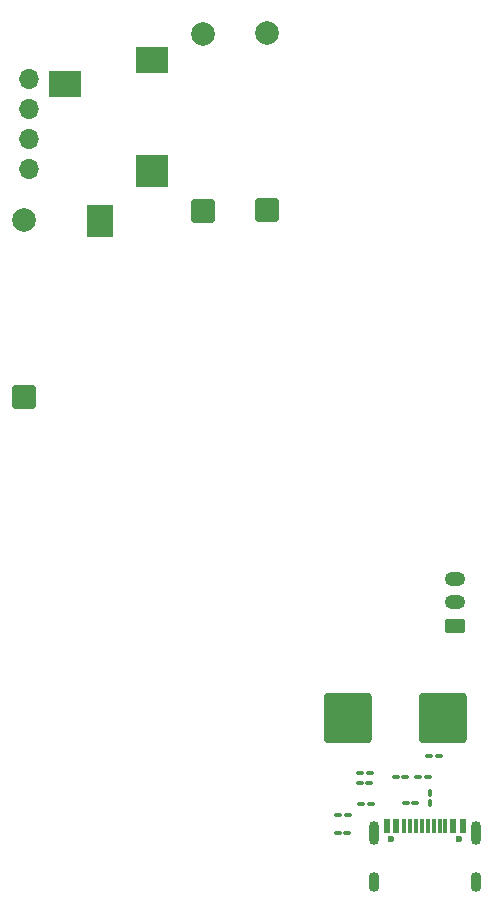
<source format=gbr>
%TF.GenerationSoftware,KiCad,Pcbnew,9.0.6*%
%TF.CreationDate,2025-12-23T23:32:32-06:00*%
%TF.ProjectId,Tony's MP3 Player,546f6e79-2773-4204-9d50-3320506c6179,rev?*%
%TF.SameCoordinates,Original*%
%TF.FileFunction,Soldermask,Bot*%
%TF.FilePolarity,Negative*%
%FSLAX46Y46*%
G04 Gerber Fmt 4.6, Leading zero omitted, Abs format (unit mm)*
G04 Created by KiCad (PCBNEW 9.0.6) date 2025-12-23 23:32:32*
%MOMM*%
%LPD*%
G01*
G04 APERTURE LIST*
G04 Aperture macros list*
%AMRoundRect*
0 Rectangle with rounded corners*
0 $1 Rounding radius*
0 $2 $3 $4 $5 $6 $7 $8 $9 X,Y pos of 4 corners*
0 Add a 4 corners polygon primitive as box body*
4,1,4,$2,$3,$4,$5,$6,$7,$8,$9,$2,$3,0*
0 Add four circle primitives for the rounded corners*
1,1,$1+$1,$2,$3*
1,1,$1+$1,$4,$5*
1,1,$1+$1,$6,$7*
1,1,$1+$1,$8,$9*
0 Add four rect primitives between the rounded corners*
20,1,$1+$1,$2,$3,$4,$5,0*
20,1,$1+$1,$4,$5,$6,$7,0*
20,1,$1+$1,$6,$7,$8,$9,0*
20,1,$1+$1,$8,$9,$2,$3,0*%
G04 Aperture macros list end*
%ADD10RoundRect,0.250000X0.750000X-0.750000X0.750000X0.750000X-0.750000X0.750000X-0.750000X-0.750000X0*%
%ADD11C,2.000000*%
%ADD12O,1.701600X1.701600*%
%ADD13RoundRect,0.250000X0.625000X-0.350000X0.625000X0.350000X-0.625000X0.350000X-0.625000X-0.350000X0*%
%ADD14O,1.750000X1.200000*%
%ADD15RoundRect,0.100000X0.217500X0.100000X-0.217500X0.100000X-0.217500X-0.100000X0.217500X-0.100000X0*%
%ADD16R,2.800000X2.200000*%
%ADD17R,2.800000X2.800000*%
%ADD18R,2.200000X2.800000*%
%ADD19RoundRect,0.100000X-0.217500X-0.100000X0.217500X-0.100000X0.217500X0.100000X-0.217500X0.100000X0*%
%ADD20RoundRect,0.100000X0.100000X-0.217500X0.100000X0.217500X-0.100000X0.217500X-0.100000X-0.217500X0*%
%ADD21RoundRect,0.250001X1.762499X1.849999X-1.762499X1.849999X-1.762499X-1.849999X1.762499X-1.849999X0*%
%ADD22C,0.600000*%
%ADD23R,0.600000X1.160000*%
%ADD24R,0.300000X1.160000*%
%ADD25O,0.900000X1.700000*%
%ADD26O,0.900000X2.000000*%
G04 APERTURE END LIST*
D10*
%TO.C,C7*%
X128932500Y-81890000D03*
D11*
X128932500Y-66890000D03*
%TD*%
D10*
%TO.C,C15*%
X144142500Y-66100000D03*
D11*
X144142500Y-51100000D03*
%TD*%
D12*
%TO.C,OLED1*%
X129430050Y-62580000D03*
X129430050Y-60040000D03*
X129430050Y-57500000D03*
X129430050Y-54960000D03*
%TD*%
D10*
%TO.C,C16*%
X149565000Y-66070000D03*
D11*
X149565000Y-51070000D03*
%TD*%
D13*
%TO.C,J4*%
X165420000Y-101240000D03*
D14*
X165420000Y-99240000D03*
X165420000Y-97240000D03*
%TD*%
D15*
%TO.C,R6*%
X158327500Y-116350000D03*
X157512500Y-116350000D03*
%TD*%
D16*
%TO.C,J2*%
X139850000Y-53349717D03*
D17*
X139850000Y-62749717D03*
D16*
X132450000Y-55349717D03*
D18*
X135400000Y-66949717D03*
%TD*%
D19*
%TO.C,C31*%
X162350000Y-114000000D03*
X163165000Y-114000000D03*
%TD*%
%TO.C,R15*%
X160452500Y-114040000D03*
X161267500Y-114040000D03*
%TD*%
D20*
%TO.C,R3*%
X163380000Y-116215000D03*
X163380000Y-115400000D03*
%TD*%
D15*
%TO.C,C30*%
X156387500Y-117230000D03*
X155572500Y-117230000D03*
%TD*%
%TO.C,R4*%
X158220000Y-114550000D03*
X157405000Y-114550000D03*
%TD*%
D21*
%TO.C,Y1*%
X164462500Y-109080000D03*
X156437500Y-109080000D03*
%TD*%
D15*
%TO.C,C29*%
X156357500Y-118740000D03*
X155542500Y-118740000D03*
%TD*%
D19*
%TO.C,R2*%
X157452500Y-113660000D03*
X158267500Y-113660000D03*
%TD*%
%TO.C,R10k1*%
X163262500Y-112290000D03*
X164077500Y-112290000D03*
%TD*%
D22*
%TO.C,J1*%
X165790000Y-119255000D03*
X160010000Y-119255000D03*
D23*
X166100000Y-118195000D03*
X165300000Y-118195000D03*
D24*
X164150000Y-118195000D03*
X163150000Y-118195000D03*
X162650000Y-118195000D03*
X161650000Y-118195000D03*
D23*
X160500000Y-118195000D03*
X159700000Y-118195000D03*
X159700000Y-118195000D03*
X160500000Y-118195000D03*
D24*
X161150000Y-118195000D03*
X162150000Y-118195000D03*
X163650000Y-118195000D03*
X164650000Y-118195000D03*
D23*
X165300000Y-118195000D03*
X166100000Y-118195000D03*
D25*
X167220000Y-122945000D03*
D26*
X167220000Y-118775000D03*
D25*
X158580000Y-122945000D03*
D26*
X158580000Y-118775000D03*
%TD*%
D19*
%TO.C,R50*%
X161290000Y-116270000D03*
X162105000Y-116270000D03*
%TD*%
M02*

</source>
